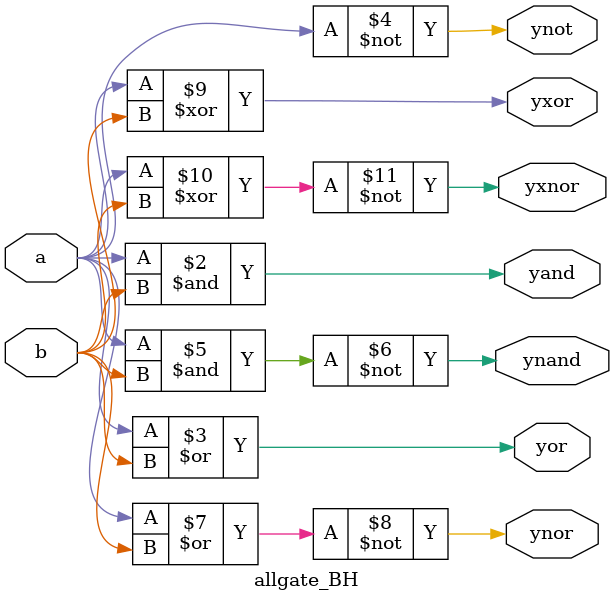
<source format=v>
module Lab1_ex1(SW,LEDG,LEDR);
	input[17:0] SW;
	output[7:0] LEDG;
	output[17:0] LEDR;
	assign LEDR=SW;
	
	//allgate_DF DUT(.a(SW[1]),.b(SW[0]),.yand(LEDG[6]),.yor(LEDG[5]),.ynot(LEDG[4]),.ynand(LEDG[3]),.ynor(LEDG[2]),.yxor(LEDG[1]),.yxnor(LEDG[0]));
	allgate_BH DUT(.a(SW[1]),.b(SW[0]),.yand(LEDG[6]),.yor(LEDG[5]),.ynot(LEDG[4]),.ynand(LEDG[3]),.ynor(LEDG[2]),.yxor(LEDG[1]),.yxnor(LEDG[0]));
	//allgate_GL DUT(.a(SW[1]),.b(SW[0]),.yand(LEDG[6]),.yor(LEDG[5]),.ynot(LEDG[4]),.ynand(LEDG[3]),.ynor(LEDG[2]),.yxor(LEDG[1]),.yxnor(LEDG[0]));
endmodule

/*
module allgate_DF ( a, b, yand,yor,ynot,ynand,ynor,yxor,yxnor );
	input a,b;
	output yand, yor, ynot, ynand, ynor, yxor, yxnor;

	assign yand = a & b;		// AND Operation
	assign yor = a | b;		// OR Operation
	assign ynot = ~a ;		// NOT Operation
	assign ynand = ~(a & b);	// NAND Operation
	assign ynor = ~(a | b);		//NOR Operation
	assign yxor = a ^ b;		//XOR Operation
	assign yxnor =~(a^b);		//XNOR Operation
endmodule				// END of the module
*/
module allgate_BH ( a, b, yand,yor,ynot,ynand,ynor,yxor,yxnor );
	input a,b;
	output reg  yand, yor, ynot, ynand, ynor, yxor, yxnor;
	
	always @(*) begin
		 yand <= a & b;		// AND Operation
		 yor <= a | b;		// OR Operation
		 ynot <= ~a ;		// NOT Operation
		 ynand <= ~(a & b);	// NAND Operation
		 ynor <= ~(a | b);		//NOR Operation
		 yxor <= a ^ b;		//XOR Operation
		 yxnor <=~(a^b);		//XNOR Operation
	end
endmodule				// END of the module

/*
module allgate_GL ( a, b, yand,yor,ynot,ynand,ynor,yxor,yxnor );
	input a,b;
	output yand, yor, ynot, ynand, ynor, yxor, yxnor;

	and    G1(yand,a,b);		// AND Operation
	or      G2(yor,a, b);		// OR Operation
	not    G3(ynot,a) ;		// NOT Operation
	nand G4 (ynand,a,b);		// NAND Operation
	nor    G5(ynor,a,b);		//NOR Operation
	xor    G6(yxor,a,b);		//XOR Operation
	xnor  G7(yxnor,a,b);		//XNOR Operation
endmodule				// END of the module
*/





</source>
